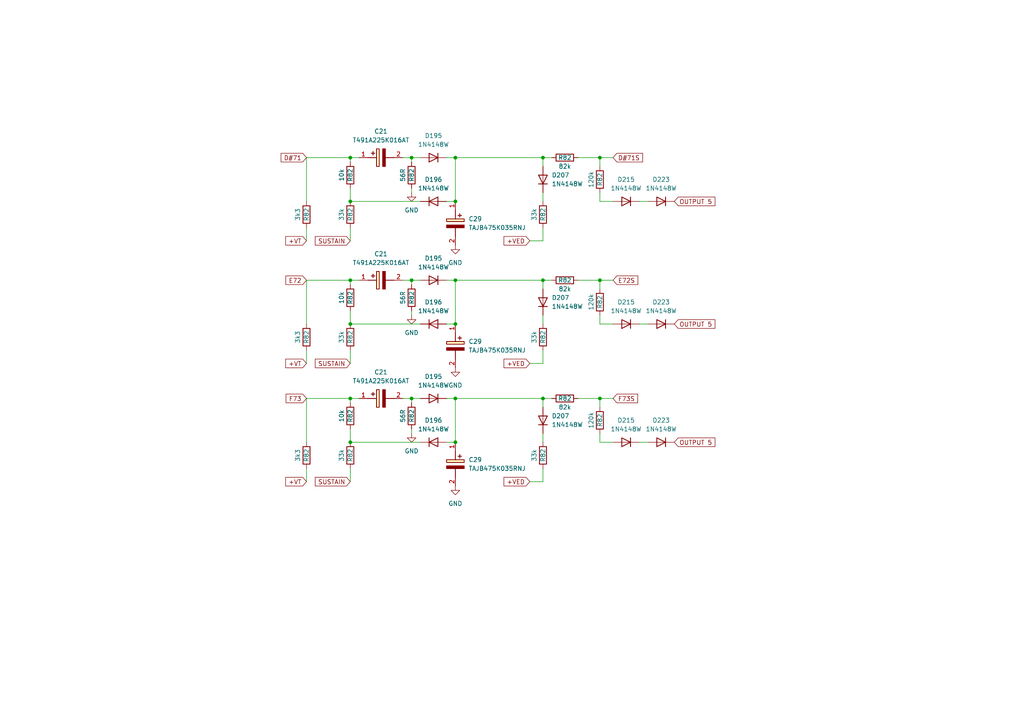
<source format=kicad_sch>
(kicad_sch (version 20230121) (generator eeschema)
  (paper "A4")
  (lib_symbols
    (symbol "Device:R" (pin_numbers hide) (pin_names (offset 0))
      (property "Reference" "R" (at 2.032 0 90))
      (property "Value" "R" (at 0 0 90))
      (symbol "R_0_1"
        (rectangle (start -1.016 -2.54) (end 1.016 2.54) (stroke (width 0.254)))
      )
      (symbol "R_1_1"
        (pin passive line (at 0 3.81 270) (length 1.27) (name "~") (number "1"))
        (pin passive line (at 0 -3.81 90) (length 1.27) (name "~") (number "2"))
      )
    )
    (symbol "Diode:1N4148W" (pin_numbers hide) (pin_names hide)
      (property "Reference" "D" (at 0 2.54 0))
      (property "Value" "1N4148W" (at 0 -2.54 0))
      (symbol "1N4148W_0_1"
        (polyline (pts (xy -1.27 1.27) (xy -1.27 -1.27)) (stroke (width 0.254)))
        (polyline (pts (xy 1.27 0) (xy -1.27 0)))
        (polyline (pts (xy 1.27 1.27) (xy 1.27 -1.27) (xy -1.27 0) (xy 1.27 1.27)) (stroke (width 0.254)))
      )
      (symbol "1N4148W_1_1"
        (pin passive line (at -3.81 0 0) (length 2.54) (name "K") (number "1"))
        (pin passive line (at 3.81 0 180) (length 2.54) (name "A") (number "2"))
      )
    )
    (symbol "SamacSys_Parts:T491A225K016AT" (pin_names hide)
      (property "Reference" "C" (at 8.89 6.35 0))
      (property "Value" "T491A225K016AT" (at 8.89 3.81 0))
      (symbol "T491A225K016AT_1_1"
        (polyline (pts (xy 2.54 0) (xy 5.08 0)) (stroke (width 0.254)))
        (polyline (pts (xy 4.064 1.778) (xy 4.064 0.762)) (stroke (width 0.254)))
        (polyline (pts (xy 4.572 1.27) (xy 3.556 1.27)) (stroke (width 0.254)))
        (polyline (pts (xy 7.62 0) (xy 10.16 0)) (stroke (width 0.254)))
        (polyline (pts (xy 7.62 2.54) (xy 7.62 -2.54) (xy 6.858 -2.54) (xy 6.858 2.54) (xy 7.62 2.54)) (stroke (width 0.254)) (fill (type outline)))
        (rectangle (start 5.08 2.54) (end 5.842 -2.54) (stroke (width 0.254)) (fill (type background)))
        (pin passive line (at 0 0 0) (length 2.54) (name "+") (number "1"))
        (pin passive line (at 12.7 0 180) (length 2.54) (name "-") (number "2"))
      )
    )
    (symbol "SamacSys_Parts:TAJB475K035RNJ" (pin_names hide)
      (property "Reference" "C" (at 8.89 6.35 0))
      (property "Value" "TAJB475K035RNJ" (at 8.89 3.81 0))
      (symbol "TAJB475K035RNJ_1_1"
        (polyline (pts (xy 2.54 0) (xy 5.08 0)) (stroke (width 0.254)))
        (polyline (pts (xy 4.064 1.778) (xy 4.064 0.762)) (stroke (width 0.254)))
        (polyline (pts (xy 4.572 1.27) (xy 3.556 1.27)) (stroke (width 0.254)))
        (polyline (pts (xy 7.62 0) (xy 10.16 0)) (stroke (width 0.254)))
        (polyline (pts (xy 7.62 2.54) (xy 7.62 -2.54) (xy 6.858 -2.54) (xy 6.858 2.54) (xy 7.62 2.54)) (stroke (width 0.254)) (fill (type outline)))
        (rectangle (start 5.08 2.54) (end 5.842 -2.54) (stroke (width 0.254)) (fill (type background)))
        (pin passive line (at 0 0 0) (length 2.54) (name "+") (number "1"))
        (pin passive line (at 12.7 0 180) (length 2.54) (name "-") (number "2"))
      )
    )
    (symbol "power:GND" (power) (pin_names (offset 0))
      (property "Value" "GND" (at 0 -3.81 0))
      (symbol "GND_0_1"
        (polyline (pts (xy 0 0) (xy 0 -1.27) (xy 1.27 -1.27) (xy 0 -2.54) (xy -1.27 -1.27) (xy 0 -1.27)))
      )
      (symbol "GND_1_1"
        (pin power_in line (at 0 0 270) (length 0) hide (name "GND") (number "1"))
      )
    )
  )
  (junction (at 101.6 45.72))
  (junction (at 132.08 115.57))
  (junction (at 119.38 115.57))
  (junction (at 173.99 115.57))
  (junction (at 132.08 58.42))
  (junction (at 157.48 45.72))
  (junction (at 132.08 81.28))
  (junction (at 119.38 45.72))
  (junction (at 173.99 81.28))
  (junction (at 173.99 45.72))
  (junction (at 157.48 81.28))
  (junction (at 101.6 115.57))
  (junction (at 101.6 128.27))
  (junction (at 101.6 58.42))
  (junction (at 132.08 93.98))
  (junction (at 132.08 128.27))
  (junction (at 157.48 115.57))
  (junction (at 119.38 81.28))
  (junction (at 132.08 45.72))
  (junction (at 101.6 93.98))
  (junction (at 101.6 81.28))
  (wire (pts (xy 173.99 91.44) (xy 173.99 93.98)))
  (wire (pts (xy 132.08 58.42) (xy 129.54 58.42)))
  (wire (pts (xy 101.6 101.6) (xy 101.6 105.41)))
  (wire (pts (xy 173.99 81.28) (xy 173.99 83.82)))
  (wire (pts (xy 101.6 54.61) (xy 101.6 58.42)))
  (wire (pts (xy 119.38 46.99) (xy 119.38 45.72)))
  (wire (pts (xy 101.6 58.42) (xy 121.92 58.42)))
  (wire (pts (xy 132.08 81.28) (xy 132.08 93.98)))
  (wire (pts (xy 173.99 115.57) (xy 173.99 118.11)))
  (wire (pts (xy 157.48 69.85) (xy 157.48 66.04)))
  (wire (pts (xy 116.84 115.57) (xy 119.38 115.57)))
  (wire (pts (xy 157.48 45.72) (xy 132.08 45.72)))
  (wire (pts (xy 88.9 115.57) (xy 88.9 128.27)))
  (wire (pts (xy 101.6 124.46) (xy 101.6 128.27)))
  (wire (pts (xy 173.99 45.72) (xy 177.8 45.72)))
  (wire (pts (xy 157.48 115.57) (xy 132.08 115.57)))
  (wire (pts (xy 88.9 81.28) (xy 88.9 93.98)))
  (wire (pts (xy 173.99 115.57) (xy 177.8 115.57)))
  (wire (pts (xy 157.48 83.82) (xy 157.48 81.28)))
  (wire (pts (xy 119.38 124.46) (xy 119.38 125.73)))
  (wire (pts (xy 132.08 93.98) (xy 129.54 93.98)))
  (wire (pts (xy 119.38 54.61) (xy 119.38 55.88)))
  (wire (pts (xy 157.48 55.88) (xy 157.48 58.42)))
  (wire (pts (xy 157.48 48.26) (xy 157.48 45.72)))
  (wire (pts (xy 173.99 81.28) (xy 177.8 81.28)))
  (wire (pts (xy 157.48 125.73) (xy 157.48 128.27)))
  (wire (pts (xy 132.08 115.57) (xy 129.54 115.57)))
  (wire (pts (xy 157.48 118.11) (xy 157.48 115.57)))
  (wire (pts (xy 119.38 45.72) (xy 121.92 45.72)))
  (wire (pts (xy 173.99 45.72) (xy 173.99 48.26)))
  (wire (pts (xy 157.48 115.57) (xy 160.02 115.57)))
  (wire (pts (xy 173.99 55.88) (xy 173.99 58.42)))
  (wire (pts (xy 119.38 115.57) (xy 121.92 115.57)))
  (wire (pts (xy 88.9 66.04) (xy 88.9 69.85)))
  (wire (pts (xy 157.48 91.44) (xy 157.48 93.98)))
  (wire (pts (xy 119.38 82.55) (xy 119.38 81.28)))
  (wire (pts (xy 157.48 105.41) (xy 157.48 101.6)))
  (wire (pts (xy 101.6 46.99) (xy 101.6 45.72)))
  (wire (pts (xy 101.6 66.04) (xy 101.6 69.85)))
  (wire (pts (xy 101.6 45.72) (xy 104.14 45.72)))
  (wire (pts (xy 101.6 93.98) (xy 121.92 93.98)))
  (wire (pts (xy 101.6 81.28) (xy 104.14 81.28)))
  (wire (pts (xy 132.08 81.28) (xy 129.54 81.28)))
  (wire (pts (xy 153.67 69.85) (xy 157.48 69.85)))
  (wire (pts (xy 185.42 58.42) (xy 187.96 58.42)))
  (wire (pts (xy 119.38 90.17) (xy 119.38 91.44)))
  (wire (pts (xy 153.67 139.7) (xy 157.48 139.7)))
  (wire (pts (xy 185.42 93.98) (xy 187.96 93.98)))
  (wire (pts (xy 88.9 45.72) (xy 101.6 45.72)))
  (wire (pts (xy 173.99 128.27) (xy 177.8 128.27)))
  (wire (pts (xy 101.6 128.27) (xy 121.92 128.27)))
  (wire (pts (xy 88.9 81.28) (xy 101.6 81.28)))
  (wire (pts (xy 101.6 116.84) (xy 101.6 115.57)))
  (wire (pts (xy 157.48 45.72) (xy 160.02 45.72)))
  (wire (pts (xy 116.84 45.72) (xy 119.38 45.72)))
  (wire (pts (xy 119.38 81.28) (xy 121.92 81.28)))
  (wire (pts (xy 157.48 81.28) (xy 160.02 81.28)))
  (wire (pts (xy 157.48 139.7) (xy 157.48 135.89)))
  (wire (pts (xy 101.6 90.17) (xy 101.6 93.98)))
  (wire (pts (xy 167.64 81.28) (xy 173.99 81.28)))
  (wire (pts (xy 185.42 128.27) (xy 187.96 128.27)))
  (wire (pts (xy 157.48 81.28) (xy 132.08 81.28)))
  (wire (pts (xy 132.08 115.57) (xy 132.08 128.27)))
  (wire (pts (xy 116.84 81.28) (xy 119.38 81.28)))
  (wire (pts (xy 88.9 45.72) (xy 88.9 58.42)))
  (wire (pts (xy 132.08 45.72) (xy 129.54 45.72)))
  (wire (pts (xy 173.99 58.42) (xy 177.8 58.42)))
  (wire (pts (xy 101.6 135.89) (xy 101.6 139.7)))
  (wire (pts (xy 167.64 115.57) (xy 173.99 115.57)))
  (wire (pts (xy 153.67 105.41) (xy 157.48 105.41)))
  (wire (pts (xy 173.99 93.98) (xy 177.8 93.98)))
  (wire (pts (xy 101.6 82.55) (xy 101.6 81.28)))
  (wire (pts (xy 167.64 45.72) (xy 173.99 45.72)))
  (wire (pts (xy 132.08 45.72) (xy 132.08 58.42)))
  (wire (pts (xy 173.99 125.73) (xy 173.99 128.27)))
  (wire (pts (xy 119.38 116.84) (xy 119.38 115.57)))
  (wire (pts (xy 88.9 135.89) (xy 88.9 139.7)))
  (wire (pts (xy 88.9 115.57) (xy 101.6 115.57)))
  (wire (pts (xy 88.9 101.6) (xy 88.9 105.41)))
  (wire (pts (xy 101.6 115.57) (xy 104.14 115.57)))
  (wire (pts (xy 132.08 128.27) (xy 129.54 128.27)))
  (global_label "F73" (shape input) (at 88.9 115.57 180) (property "Intersheetrefs" "${INTERSHEET_REFS}" (effects hide)))
  (global_label "SUSTAIN" (shape input) (at 101.6 69.85 180) (property "Intersheetrefs" "${INTERSHEET_REFS}" (effects hide)))
  (global_label "+VED" (shape input) (at 153.67 69.85 180) (property "Intersheetrefs" "${INTERSHEET_REFS}" (effects hide)))
  (global_label "F73S" (shape input) (at 177.8 115.57 0) (property "Intersheetrefs" "${INTERSHEET_REFS}" (effects hide)))
  (global_label "D#71S" (shape input) (at 177.8 45.72 0) (property "Intersheetrefs" "${INTERSHEET_REFS}" (effects hide)))
  (global_label "SUSTAIN" (shape input) (at 101.6 105.41 180) (property "Intersheetrefs" "${INTERSHEET_REFS}" (effects hide)))
  (global_label "+VT" (shape input) (at 88.9 105.41 180) (property "Intersheetrefs" "${INTERSHEET_REFS}" (effects hide)))
  (global_label "OUTPUT 5" (shape input) (at 195.58 128.27 0) (property "Intersheetrefs" "${INTERSHEET_REFS}" (effects hide)))
  (global_label "E72S" (shape input) (at 177.8 81.28 0) (property "Intersheetrefs" "${INTERSHEET_REFS}" (effects hide)))
  (global_label "+VT" (shape input) (at 88.9 69.85 180) (property "Intersheetrefs" "${INTERSHEET_REFS}" (effects hide)))
  (global_label "+VED" (shape input) (at 153.67 139.7 180) (property "Intersheetrefs" "${INTERSHEET_REFS}" (effects hide)))
  (global_label "D#71" (shape input) (at 88.9 45.72 180) (property "Intersheetrefs" "${INTERSHEET_REFS}" (effects hide)))
  (global_label "+VED" (shape input) (at 153.67 105.41 180) (property "Intersheetrefs" "${INTERSHEET_REFS}" (effects hide)))
  (global_label "OUTPUT 5" (shape input) (at 195.58 93.98 0) (property "Intersheetrefs" "${INTERSHEET_REFS}" (effects hide)))
  (global_label "SUSTAIN" (shape input) (at 101.6 139.7 180) (property "Intersheetrefs" "${INTERSHEET_REFS}" (effects hide)))
  (global_label "OUTPUT 5" (shape input) (at 195.58 58.42 0) (property "Intersheetrefs" "${INTERSHEET_REFS}" (effects hide)))
  (global_label "E72" (shape input) (at 88.9 81.28 180) (property "Intersheetrefs" "${INTERSHEET_REFS}" (effects hide)))
  (global_label "+VT" (shape input) (at 88.9 139.7 180) (property "Intersheetrefs" "${INTERSHEET_REFS}" (effects hide)))
  (symbol (lib_id "Device:R") (at 101.6 86.36 180) (unit 1)
    (property "Reference" "R82" (at 101.6 86.36 90))
    (property "Value" "10k" (at 99.06 86.36 90))
    (property "Footprint" "Resistor_SMD:R_1206_3216Metric" (effects hide))
    (instances (project "RPi Arcade Hat V0-4" (path "" (reference "R82") (unit 1))) (project "Lyrebird Keyboard Piano Card" (path "" (reference "R73") (unit 1)) (path "" (reference "R226") (unit 1)) (path "" (reference "R329") (unit 1)) (path "" (reference "R455") (unit 1)) (path "" (reference "R496") (unit 1))) (project "Lyrebird Keyboard" (path "" (reference "R9") (unit 1))))
  )
  (symbol (lib_id "power:GND") (at 132.08 106.68 0) (unit 1)
    (property "Reference" "#PWR031" (effects hide))
    (property "Value" "GND" (at 132.08 111.76 0))
    (instances (project "Lyrebird Keyboard Piano Card" (path "" (reference "#PWR031") (unit 1)) (path "" (reference "#PWR068") (unit 1)) (path "" (reference "#PWR0105") (unit 1)) (path "" (reference "#PWR0141") (unit 1)) (path "" (reference "#PWR0148") (unit 1))))
  )
  (symbol (lib_id "power:GND") (at 119.38 55.88 0) (unit 1)
    (property "Reference" "#PWR023" (effects hide))
    (property "Value" "GND" (at 119.38 60.96 0))
    (instances (project "Lyrebird Keyboard Piano Card" (path "" (reference "#PWR023") (unit 1)) (path "" (reference "#PWR055") (unit 1)) (path "" (reference "#PWR096") (unit 1)) (path "" (reference "#PWR0132") (unit 1)) (path "" (reference "#PWR0143") (unit 1))))
  )
  (symbol (lib_id "Diode:1N4148W") (at 125.73 115.57 180) (unit 1)
    (property "Reference" "D195" (at 125.73 109.22 0))
    (property "Value" "1N4148W" (at 125.73 111.76 0))
    (property "Footprint" "Diode_SMD:D_SOD-123" (effects hide))
    (property "Datasheet" "https://www.vishay.com/docs/85748/1n4148w.pdf" (effects hide))
    (property "Sim.Device" "D" (effects hide))
    (property "Sim.Pins" "1=K 2=A" (effects hide))
    (instances (project "Lyrebird Keyboard Piano Card" (path "" (reference "D195") (unit 1)) (path "" (reference "D312") (unit 1)) (path "" (reference "D381") (unit 1)) (path "" (reference "D471") (unit 1)) (path "" (reference "D501") (unit 1))))
  )
  (symbol (lib_id "Device:R") (at 157.48 132.08 180) (unit 1)
    (property "Reference" "R82" (at 157.48 132.08 90))
    (property "Value" "33k" (at 154.94 132.08 90))
    (property "Footprint" "Resistor_SMD:R_1206_3216Metric" (effects hide))
    (instances (project "RPi Arcade Hat V0-4" (path "" (reference "R82") (unit 1))) (project "Lyrebird Keyboard Piano Card" (path "" (reference "R93") (unit 1)) (path "" (reference "R236") (unit 1)) (path "" (reference "R348") (unit 1)) (path "" (reference "R474") (unit 1)) (path "" (reference "R505") (unit 1))) (project "Lyrebird Keyboard" (path "" (reference "R9") (unit 1))))
  )
  (symbol (lib_id "Diode:1N4148W") (at 191.77 58.42 180) (unit 1)
    (property "Reference" "D223" (at 191.77 52.07 0))
    (property "Value" "1N4148W" (at 191.77 54.61 0))
    (property "Footprint" "Diode_SMD:D_SOD-123" (effects hide))
    (property "Datasheet" "https://www.vishay.com/docs/85748/1n4148w.pdf" (effects hide))
    (property "Sim.Device" "D" (effects hide))
    (property "Sim.Pins" "1=K 2=A" (effects hide))
    (instances (project "Lyrebird Keyboard Piano Card" (path "" (reference "D223") (unit 1)) (path "" (reference "D303") (unit 1)) (path "" (reference "D404") (unit 1)) (path "" (reference "D494") (unit 1)) (path "" (reference "D509") (unit 1))))
  )
  (symbol (lib_id "Device:R") (at 101.6 132.08 180) (unit 1)
    (property "Reference" "R82" (at 101.6 132.08 90))
    (property "Value" "33k" (at 99.06 132.08 90))
    (property "Footprint" "Resistor_SMD:R_1206_3216Metric" (effects hide))
    (instances (project "RPi Arcade Hat V0-4" (path "" (reference "R82") (unit 1))) (project "Lyrebird Keyboard Piano Card" (path "" (reference "R74") (unit 1)) (path "" (reference "R234") (unit 1)) (path "" (reference "R332") (unit 1)) (path "" (reference "R458") (unit 1)) (path "" (reference "R499") (unit 1))) (project "Lyrebird Keyboard" (path "" (reference "R9") (unit 1))))
  )
  (symbol (lib_id "Device:R") (at 101.6 50.8 180) (unit 1)
    (property "Reference" "R82" (at 101.6 50.8 90))
    (property "Value" "10k" (at 99.06 50.8 90))
    (property "Footprint" "Resistor_SMD:R_1206_3216Metric" (effects hide))
    (instances (project "RPi Arcade Hat V0-4" (path "" (reference "R82") (unit 1))) (project "Lyrebird Keyboard Piano Card" (path "" (reference "R73") (unit 1)) (path "" (reference "R185") (unit 1)) (path "" (reference "R327") (unit 1)) (path "" (reference "R453") (unit 1)) (path "" (reference "R494") (unit 1))) (project "Lyrebird Keyboard" (path "" (reference "R9") (unit 1))))
  )
  (symbol (lib_id "Device:R") (at 157.48 62.23 180) (unit 1)
    (property "Reference" "R82" (at 157.48 62.23 90))
    (property "Value" "33k" (at 154.94 62.23 90))
    (property "Footprint" "Resistor_SMD:R_1206_3216Metric" (effects hide))
    (instances (project "RPi Arcade Hat V0-4" (path "" (reference "R82") (unit 1))) (project "Lyrebird Keyboard Piano Card" (path "" (reference "R93") (unit 1)) (path "" (reference "R205") (unit 1)) (path "" (reference "R346") (unit 1)) (path "" (reference "R472") (unit 1)) (path "" (reference "R503") (unit 1))) (project "Lyrebird Keyboard" (path "" (reference "R9") (unit 1))))
  )
  (symbol (lib_id "Device:R") (at 88.9 132.08 180) (unit 1)
    (property "Reference" "R82" (at 88.9 132.08 90))
    (property "Value" "3k3" (at 86.36 132.08 90))
    (property "Footprint" "Resistor_SMD:R_1206_3216Metric" (effects hide))
    (instances (project "RPi Arcade Hat V0-4" (path "" (reference "R82") (unit 1))) (project "Lyrebird Keyboard Piano Card" (path "" (reference "R61") (unit 1)) (path "" (reference "R232") (unit 1)) (path "" (reference "R316") (unit 1)) (path "" (reference "R442") (unit 1)) (path "" (reference "R493") (unit 1))) (project "Lyrebird Keyboard" (path "" (reference "R9") (unit 1))))
  )
  (symbol (lib_id "Device:R") (at 173.99 121.92 180) (unit 1)
    (property "Reference" "R82" (at 173.99 121.92 90))
    (property "Value" "120k" (at 171.45 121.92 90))
    (property "Footprint" "Resistor_SMD:R_1206_3216Metric" (effects hide))
    (instances (project "RPi Arcade Hat V0-4" (path "" (reference "R82") (unit 1))) (project "Lyrebird Keyboard Piano Card" (path "" (reference "R109") (unit 1)) (path "" (reference "R238") (unit 1)) (path "" (reference "R364") (unit 1)) (path "" (reference "R490") (unit 1)) (path "" (reference "R511") (unit 1))) (project "Lyrebird Keyboard" (path "" (reference "R9") (unit 1))))
  )
  (symbol (lib_id "Diode:1N4148W") (at 157.48 121.92 90) (unit 1)
    (property "Reference" "D207" (at 160.02 120.65 90) (effects (justify right)))
    (property "Value" "1N4148W" (at 160.02 123.19 90) (effects (justify right)))
    (property "Footprint" "Diode_SMD:D_SOD-123" (effects hide))
    (property "Datasheet" "https://www.vishay.com/docs/85748/1n4148w.pdf" (effects hide))
    (property "Sim.Device" "D" (effects hide))
    (property "Sim.Pins" "1=K 2=A" (effects hide))
    (instances (project "Lyrebird Keyboard Piano Card" (path "" (reference "D207") (unit 1)) (path "" (reference "D314") (unit 1)) (path "" (reference "D390") (unit 1)) (path "" (reference "D480") (unit 1)) (path "" (reference "D505") (unit 1))))
  )
  (symbol (lib_id "SamacSys_Parts:TAJB475K035RNJ") (at 132.08 128.27 270) (unit 1)
    (property "Reference" "C29" (at 135.89 133.35 90) (effects (justify left)))
    (property "Value" "TAJB475K035RNJ" (at 135.89 135.89 90) (effects (justify left)))
    (property "Footprint" "SamacSys_Parts:CAPPM3528X210N" (effects hide))
    (property "Datasheet" "http://datasheets.avx.com/TAJ.pdf" (effects hide))
    (property "Height" "2.1" (effects hide))
    (property "Manufacturer_Name" "AVX" (effects hide))
    (property "Manufacturer_Part_Number" "TAJB475K035RNJ" (effects hide))
    (instances (project "Lyrebird Keyboard Piano Card" (path "" (reference "C29") (unit 1)) (path "" (reference "C68") (unit 1)) (path "" (reference "C104") (unit 1)) (path "" (reference "C140") (unit 1)) (path "" (reference "C146") (unit 1))))
  )
  (symbol (lib_id "Device:R") (at 101.6 62.23 180) (unit 1)
    (property "Reference" "R82" (at 101.6 62.23 90))
    (property "Value" "33k" (at 99.06 62.23 90))
    (property "Footprint" "Resistor_SMD:R_1206_3216Metric" (effects hide))
    (instances (project "RPi Arcade Hat V0-4" (path "" (reference "R82") (unit 1))) (project "Lyrebird Keyboard Piano Card" (path "" (reference "R74") (unit 1)) (path "" (reference "R186") (unit 1)) (path "" (reference "R328") (unit 1)) (path "" (reference "R454") (unit 1)) (path "" (reference "R495") (unit 1))) (project "Lyrebird Keyboard" (path "" (reference "R9") (unit 1))))
  )
  (symbol (lib_id "Device:R") (at 163.83 115.57 270) (unit 1)
    (property "Reference" "R82" (at 163.83 115.57 90))
    (property "Value" "82k" (at 163.83 118.11 90))
    (property "Footprint" "Resistor_SMD:R_1206_3216Metric" (effects hide))
    (instances (project "RPi Arcade Hat V0-4" (path "" (reference "R82") (unit 1))) (project "Lyrebird Keyboard Piano Card" (path "" (reference "R101") (unit 1)) (path "" (reference "R237") (unit 1)) (path "" (reference "R356") (unit 1)) (path "" (reference "R482") (unit 1)) (path "" (reference "R508") (unit 1))) (project "Lyrebird Keyboard" (path "" (reference "R9") (unit 1))))
  )
  (symbol (lib_id "Device:R") (at 119.38 120.65 180) (unit 1)
    (property "Reference" "R82" (at 119.38 120.65 90))
    (property "Value" "56R" (at 116.84 120.65 90))
    (property "Footprint" "Resistor_SMD:R_1206_3216Metric" (effects hide))
    (instances (project "RPi Arcade Hat V0-4" (path "" (reference "R82") (unit 1))) (project "Lyrebird Keyboard Piano Card" (path "" (reference "R85") (unit 1)) (path "" (reference "R235") (unit 1)) (path "" (reference "R340") (unit 1)) (path "" (reference "R466") (unit 1)) (path "" (reference "R502") (unit 1))) (project "Lyrebird Keyboard" (path "" (reference "R9") (unit 1))))
  )
  (symbol (lib_id "SamacSys_Parts:T491A225K016AT") (at 104.14 115.57 0) (unit 1)
    (property "Reference" "C21" (at 110.49 107.95 0))
    (property "Value" "T491A225K016AT" (at 110.49 110.49 0))
    (property "Footprint" "SamacSys_Parts:T491A" (effects hide))
    (property "Datasheet" "https://content.kemet.com/datasheets/KEM_T2005_T491.pdf" (effects hide))
    (property "Height" "1.8" (effects hide))
    (property "Manufacturer_Name" "KEMET" (effects hide))
    (property "Manufacturer_Part_Number" "T491A225K016AT" (effects hide))
    (instances (project "Lyrebird Keyboard Piano Card" (path "" (reference "C21") (unit 1)) (path "" (reference "C67") (unit 1)) (path "" (reference "C96") (unit 1)) (path "" (reference "C132") (unit 1)) (path "" (reference "C143") (unit 1))))
  )
  (symbol (lib_id "Diode:1N4148W") (at 125.73 93.98 0) (unit 1)
    (property "Reference" "D196" (at 125.73 87.63 0))
    (property "Value" "1N4148W" (at 125.73 90.17 0))
    (property "Footprint" "Diode_SMD:D_SOD-123" (effects hide))
    (property "Datasheet" "https://www.vishay.com/docs/85748/1n4148w.pdf" (effects hide))
    (property "Sim.Device" "D" (effects hide))
    (property "Sim.Pins" "1=K 2=A" (effects hide))
    (instances (project "Lyrebird Keyboard Piano Card" (path "" (reference "D196") (unit 1)) (path "" (reference "D308") (unit 1)) (path "" (reference "D380") (unit 1)) (path "" (reference "D470") (unit 1)) (path "" (reference "D500") (unit 1))))
  )
  (symbol (lib_id "Diode:1N4148W") (at 157.48 52.07 90) (unit 1)
    (property "Reference" "D207" (at 160.02 50.8 90) (effects (justify right)))
    (property "Value" "1N4148W" (at 160.02 53.34 90) (effects (justify right)))
    (property "Footprint" "Diode_SMD:D_SOD-123" (effects hide))
    (property "Datasheet" "https://www.vishay.com/docs/85748/1n4148w.pdf" (effects hide))
    (property "Sim.Device" "D" (effects hide))
    (property "Sim.Pins" "1=K 2=A" (effects hide))
    (instances (project "Lyrebird Keyboard Piano Card" (path "" (reference "D207") (unit 1)) (path "" (reference "D287") (unit 1)) (path "" (reference "D388") (unit 1)) (path "" (reference "D478") (unit 1)) (path "" (reference "D503") (unit 1))))
  )
  (symbol (lib_id "Device:R") (at 163.83 45.72 270) (unit 1)
    (property "Reference" "R82" (at 163.83 45.72 90))
    (property "Value" "82k" (at 163.83 48.26 90))
    (property "Footprint" "Resistor_SMD:R_1206_3216Metric" (effects hide))
    (instances (project "RPi Arcade Hat V0-4" (path "" (reference "R82") (unit 1))) (project "Lyrebird Keyboard Piano Card" (path "" (reference "R101") (unit 1)) (path "" (reference "R213") (unit 1)) (path "" (reference "R354") (unit 1)) (path "" (reference "R480") (unit 1)) (path "" (reference "R506") (unit 1))) (project "Lyrebird Keyboard" (path "" (reference "R9") (unit 1))))
  )
  (symbol (lib_id "Device:R") (at 119.38 50.8 180) (unit 1)
    (property "Reference" "R82" (at 119.38 50.8 90))
    (property "Value" "56R" (at 116.84 50.8 90))
    (property "Footprint" "Resistor_SMD:R_1206_3216Metric" (effects hide))
    (instances (project "RPi Arcade Hat V0-4" (path "" (reference "R82") (unit 1))) (project "Lyrebird Keyboard Piano Card" (path "" (reference "R85") (unit 1)) (path "" (reference "R197") (unit 1)) (path "" (reference "R338") (unit 1)) (path "" (reference "R464") (unit 1)) (path "" (reference "R500") (unit 1))) (project "Lyrebird Keyboard" (path "" (reference "R9") (unit 1))))
  )
  (symbol (lib_id "Diode:1N4148W") (at 125.73 81.28 180) (unit 1)
    (property "Reference" "D195" (at 125.73 74.93 0))
    (property "Value" "1N4148W" (at 125.73 77.47 0))
    (property "Footprint" "Diode_SMD:D_SOD-123" (effects hide))
    (property "Datasheet" "https://www.vishay.com/docs/85748/1n4148w.pdf" (effects hide))
    (property "Sim.Device" "D" (effects hide))
    (property "Sim.Pins" "1=K 2=A" (effects hide))
    (instances (project "Lyrebird Keyboard Piano Card" (path "" (reference "D195") (unit 1)) (path "" (reference "D307") (unit 1)) (path "" (reference "D379") (unit 1)) (path "" (reference "D469") (unit 1)) (path "" (reference "D499") (unit 1))))
  )
  (symbol (lib_id "Diode:1N4148W") (at 181.61 128.27 180) (unit 1)
    (property "Reference" "D215" (at 181.61 121.92 0))
    (property "Value" "1N4148W" (at 181.61 124.46 0))
    (property "Footprint" "Diode_SMD:D_SOD-123" (effects hide))
    (property "Datasheet" "https://www.vishay.com/docs/85748/1n4148w.pdf" (effects hide))
    (property "Sim.Device" "D" (effects hide))
    (property "Sim.Pins" "1=K 2=A" (effects hide))
    (instances (project "Lyrebird Keyboard Piano Card" (path "" (reference "D215") (unit 1)) (path "" (reference "D315") (unit 1)) (path "" (reference "D398") (unit 1)) (path "" (reference "D488") (unit 1)) (path "" (reference "D508") (unit 1))))
  )
  (symbol (lib_id "Device:R") (at 119.38 86.36 180) (unit 1)
    (property "Reference" "R82" (at 119.38 86.36 90))
    (property "Value" "56R" (at 116.84 86.36 90))
    (property "Footprint" "Resistor_SMD:R_1206_3216Metric" (effects hide))
    (instances (project "RPi Arcade Hat V0-4" (path "" (reference "R82") (unit 1))) (project "Lyrebird Keyboard Piano Card" (path "" (reference "R85") (unit 1)) (path "" (reference "R228") (unit 1)) (path "" (reference "R339") (unit 1)) (path "" (reference "R465") (unit 1)) (path "" (reference "R501") (unit 1))) (project "Lyrebird Keyboard" (path "" (reference "R9") (unit 1))))
  )
  (symbol (lib_id "Diode:1N4148W") (at 125.73 45.72 180) (unit 1)
    (property "Reference" "D195" (at 125.73 39.37 0))
    (property "Value" "1N4148W" (at 125.73 41.91 0))
    (property "Footprint" "Diode_SMD:D_SOD-123" (effects hide))
    (property "Datasheet" "https://www.vishay.com/docs/85748/1n4148w.pdf" (effects hide))
    (property "Sim.Device" "D" (effects hide))
    (property "Sim.Pins" "1=K 2=A" (effects hide))
    (instances (project "Lyrebird Keyboard Piano Card" (path "" (reference "D195") (unit 1)) (path "" (reference "D275") (unit 1)) (path "" (reference "D377") (unit 1)) (path "" (reference "D467") (unit 1)) (path "" (reference "D497") (unit 1))))
  )
  (symbol (lib_id "power:GND") (at 119.38 91.44 0) (unit 1)
    (property "Reference" "#PWR023" (effects hide))
    (property "Value" "GND" (at 119.38 96.52 0))
    (instances (project "Lyrebird Keyboard Piano Card" (path "" (reference "#PWR023") (unit 1)) (path "" (reference "#PWR067") (unit 1)) (path "" (reference "#PWR097") (unit 1)) (path "" (reference "#PWR0133") (unit 1)) (path "" (reference "#PWR0144") (unit 1))))
  )
  (symbol (lib_id "power:GND") (at 132.08 140.97 0) (unit 1)
    (property "Reference" "#PWR031" (effects hide))
    (property "Value" "GND" (at 132.08 146.05 0))
    (instances (project "Lyrebird Keyboard Piano Card" (path "" (reference "#PWR031") (unit 1)) (path "" (reference "#PWR070") (unit 1)) (path "" (reference "#PWR0106") (unit 1)) (path "" (reference "#PWR0142") (unit 1)) (path "" (reference "#PWR0149") (unit 1))))
  )
  (symbol (lib_id "Device:R") (at 101.6 120.65 180) (unit 1)
    (property "Reference" "R82" (at 101.6 120.65 90))
    (property "Value" "10k" (at 99.06 120.65 90))
    (property "Footprint" "Resistor_SMD:R_1206_3216Metric" (effects hide))
    (instances (project "RPi Arcade Hat V0-4" (path "" (reference "R82") (unit 1))) (project "Lyrebird Keyboard Piano Card" (path "" (reference "R73") (unit 1)) (path "" (reference "R233") (unit 1)) (path "" (reference "R331") (unit 1)) (path "" (reference "R457") (unit 1)) (path "" (reference "R498") (unit 1))) (project "Lyrebird Keyboard" (path "" (reference "R9") (unit 1))))
  )
  (symbol (lib_id "Diode:1N4148W") (at 181.61 93.98 180) (unit 1)
    (property "Reference" "D215" (at 181.61 87.63 0))
    (property "Value" "1N4148W" (at 181.61 90.17 0))
    (property "Footprint" "Diode_SMD:D_SOD-123" (effects hide))
    (property "Datasheet" "https://www.vishay.com/docs/85748/1n4148w.pdf" (effects hide))
    (property "Sim.Device" "D" (effects hide))
    (property "Sim.Pins" "1=K 2=A" (effects hide))
    (instances (project "Lyrebird Keyboard Piano Card" (path "" (reference "D215") (unit 1)) (path "" (reference "D310") (unit 1)) (path "" (reference "D397") (unit 1)) (path "" (reference "D487") (unit 1)) (path "" (reference "D507") (unit 1))))
  )
  (symbol (lib_id "Device:R") (at 101.6 97.79 180) (unit 1)
    (property "Reference" "R82" (at 101.6 97.79 90))
    (property "Value" "33k" (at 99.06 97.79 90))
    (property "Footprint" "Resistor_SMD:R_1206_3216Metric" (effects hide))
    (instances (project "RPi Arcade Hat V0-4" (path "" (reference "R82") (unit 1))) (project "Lyrebird Keyboard Piano Card" (path "" (reference "R74") (unit 1)) (path "" (reference "R227") (unit 1)) (path "" (reference "R330") (unit 1)) (path "" (reference "R456") (unit 1)) (path "" (reference "R497") (unit 1))) (project "Lyrebird Keyboard" (path "" (reference "R9") (unit 1))))
  )
  (symbol (lib_id "power:GND") (at 119.38 125.73 0) (unit 1)
    (property "Reference" "#PWR023" (effects hide))
    (property "Value" "GND" (at 119.38 130.81 0))
    (instances (project "Lyrebird Keyboard Piano Card" (path "" (reference "#PWR023") (unit 1)) (path "" (reference "#PWR069") (unit 1)) (path "" (reference "#PWR098") (unit 1)) (path "" (reference "#PWR0134") (unit 1)) (path "" (reference "#PWR0145") (unit 1))))
  )
  (symbol (lib_id "Diode:1N4148W") (at 181.61 58.42 180) (unit 1)
    (property "Reference" "D215" (at 181.61 52.07 0))
    (property "Value" "1N4148W" (at 181.61 54.61 0))
    (property "Footprint" "Diode_SMD:D_SOD-123" (effects hide))
    (property "Datasheet" "https://www.vishay.com/docs/85748/1n4148w.pdf" (effects hide))
    (property "Sim.Device" "D" (effects hide))
    (property "Sim.Pins" "1=K 2=A" (effects hide))
    (instances (project "Lyrebird Keyboard Piano Card" (path "" (reference "D215") (unit 1)) (path "" (reference "D295") (unit 1)) (path "" (reference "D396") (unit 1)) (path "" (reference "D486") (unit 1)) (path "" (reference "D506") (unit 1))))
  )
  (symbol (lib_id "Diode:1N4148W") (at 191.77 128.27 180) (unit 1)
    (property "Reference" "D223" (at 191.77 121.92 0))
    (property "Value" "1N4148W" (at 191.77 124.46 0))
    (property "Footprint" "Diode_SMD:D_SOD-123" (effects hide))
    (property "Datasheet" "https://www.vishay.com/docs/85748/1n4148w.pdf" (effects hide))
    (property "Sim.Device" "D" (effects hide))
    (property "Sim.Pins" "1=K 2=A" (effects hide))
    (instances (project "Lyrebird Keyboard Piano Card" (path "" (reference "D223") (unit 1)) (path "" (reference "D316") (unit 1)) (path "" (reference "D406") (unit 1)) (path "" (reference "D496") (unit 1)) (path "" (reference "D511") (unit 1))))
  )
  (symbol (lib_id "Device:R") (at 88.9 62.23 180) (unit 1)
    (property "Reference" "R82" (at 88.9 62.23 90))
    (property "Value" "3k3" (at 86.36 62.23 90))
    (property "Footprint" "Resistor_SMD:R_1206_3216Metric" (effects hide))
    (instances (project "RPi Arcade Hat V0-4" (path "" (reference "R82") (unit 1))) (project "Lyrebird Keyboard Piano Card" (path "" (reference "R61") (unit 1)) (path "" (reference "R173") (unit 1)) (path "" (reference "R314") (unit 1)) (path "" (reference "R440") (unit 1)) (path "" (reference "R491") (unit 1))) (project "Lyrebird Keyboard" (path "" (reference "R9") (unit 1))))
  )
  (symbol (lib_id "Device:R") (at 173.99 87.63 180) (unit 1)
    (property "Reference" "R82" (at 173.99 87.63 90))
    (property "Value" "120k" (at 171.45 87.63 90))
    (property "Footprint" "Resistor_SMD:R_1206_3216Metric" (effects hide))
    (instances (project "RPi Arcade Hat V0-4" (path "" (reference "R82") (unit 1))) (project "Lyrebird Keyboard Piano Card" (path "" (reference "R109") (unit 1)) (path "" (reference "R231") (unit 1)) (path "" (reference "R363") (unit 1)) (path "" (reference "R489") (unit 1)) (path "" (reference "R510") (unit 1))) (project "Lyrebird Keyboard" (path "" (reference "R9") (unit 1))))
  )
  (symbol (lib_id "SamacSys_Parts:T491A225K016AT") (at 104.14 45.72 0) (unit 1)
    (property "Reference" "C21" (at 110.49 38.1 0))
    (property "Value" "T491A225K016AT" (at 110.49 40.64 0))
    (property "Footprint" "SamacSys_Parts:T491A" (effects hide))
    (property "Datasheet" "https://content.kemet.com/datasheets/KEM_T2005_T491.pdf" (effects hide))
    (property "Height" "1.8" (effects hide))
    (property "Manufacturer_Name" "KEMET" (effects hide))
    (property "Manufacturer_Part_Number" "T491A225K016AT" (effects hide))
    (instances (project "Lyrebird Keyboard Piano Card" (path "" (reference "C21") (unit 1)) (path "" (reference "C53") (unit 1)) (path "" (reference "C94") (unit 1)) (path "" (reference "C130") (unit 1)) (path "" (reference "C141") (unit 1))))
  )
  (symbol (lib_id "power:GND") (at 132.08 71.12 0) (unit 1)
    (property "Reference" "#PWR031" (effects hide))
    (property "Value" "GND" (at 132.08 76.2 0))
    (instances (project "Lyrebird Keyboard Piano Card" (path "" (reference "#PWR031") (unit 1)) (path "" (reference "#PWR063") (unit 1)) (path "" (reference "#PWR0104") (unit 1)) (path "" (reference "#PWR0140") (unit 1)) (path "" (reference "#PWR0147") (unit 1))))
  )
  (symbol (lib_id "Diode:1N4148W") (at 157.48 87.63 90) (unit 1)
    (property "Reference" "D207" (at 160.02 86.36 90) (effects (justify right)))
    (property "Value" "1N4148W" (at 160.02 88.9 90) (effects (justify right)))
    (property "Footprint" "Diode_SMD:D_SOD-123" (effects hide))
    (property "Datasheet" "https://www.vishay.com/docs/85748/1n4148w.pdf" (effects hide))
    (property "Sim.Device" "D" (effects hide))
    (property "Sim.Pins" "1=K 2=A" (effects hide))
    (instances (project "Lyrebird Keyboard Piano Card" (path "" (reference "D207") (unit 1)) (path "" (reference "D309") (unit 1)) (path "" (reference "D389") (unit 1)) (path "" (reference "D479") (unit 1)) (path "" (reference "D504") (unit 1))))
  )
  (symbol (lib_id "SamacSys_Parts:TAJB475K035RNJ") (at 132.08 58.42 270) (unit 1)
    (property "Reference" "C29" (at 135.89 63.5 90) (effects (justify left)))
    (property "Value" "TAJB475K035RNJ" (at 135.89 66.04 90) (effects (justify left)))
    (property "Footprint" "SamacSys_Parts:CAPPM3528X210N" (effects hide))
    (property "Datasheet" "http://datasheets.avx.com/TAJ.pdf" (effects hide))
    (property "Height" "2.1" (effects hide))
    (property "Manufacturer_Name" "AVX" (effects hide))
    (property "Manufacturer_Part_Number" "TAJB475K035RNJ" (effects hide))
    (instances (project "Lyrebird Keyboard Piano Card" (path "" (reference "C29") (unit 1)) (path "" (reference "C61") (unit 1)) (path "" (reference "C102") (unit 1)) (path "" (reference "C138") (unit 1)) (path "" (reference "C144") (unit 1))))
  )
  (symbol (lib_id "Diode:1N4148W") (at 125.73 58.42 0) (unit 1)
    (property "Reference" "D196" (at 125.73 52.07 0))
    (property "Value" "1N4148W" (at 125.73 54.61 0))
    (property "Footprint" "Diode_SMD:D_SOD-123" (effects hide))
    (property "Datasheet" "https://www.vishay.com/docs/85748/1n4148w.pdf" (effects hide))
    (property "Sim.Device" "D" (effects hide))
    (property "Sim.Pins" "1=K 2=A" (effects hide))
    (instances (project "Lyrebird Keyboard Piano Card" (path "" (reference "D196") (unit 1)) (path "" (reference "D276") (unit 1)) (path "" (reference "D378") (unit 1)) (path "" (reference "D468") (unit 1)) (path "" (reference "D498") (unit 1))))
  )
  (symbol (lib_id "Device:R") (at 163.83 81.28 270) (unit 1)
    (property "Reference" "R82" (at 163.83 81.28 90))
    (property "Value" "82k" (at 163.83 83.82 90))
    (property "Footprint" "Resistor_SMD:R_1206_3216Metric" (effects hide))
    (instances (project "RPi Arcade Hat V0-4" (path "" (reference "R82") (unit 1))) (project "Lyrebird Keyboard Piano Card" (path "" (reference "R101") (unit 1)) (path "" (reference "R230") (unit 1)) (path "" (reference "R355") (unit 1)) (path "" (reference "R481") (unit 1)) (path "" (reference "R507") (unit 1))) (project "Lyrebird Keyboard" (path "" (reference "R9") (unit 1))))
  )
  (symbol (lib_id "SamacSys_Parts:T491A225K016AT") (at 104.14 81.28 0) (unit 1)
    (property "Reference" "C21" (at 110.49 73.66 0))
    (property "Value" "T491A225K016AT" (at 110.49 76.2 0))
    (property "Footprint" "SamacSys_Parts:T491A" (effects hide))
    (property "Datasheet" "https://content.kemet.com/datasheets/KEM_T2005_T491.pdf" (effects hide))
    (property "Height" "1.8" (effects hide))
    (property "Manufacturer_Name" "KEMET" (effects hide))
    (property "Manufacturer_Part_Number" "T491A225K016AT" (effects hide))
    (instances (project "Lyrebird Keyboard Piano Card" (path "" (reference "C21") (unit 1)) (path "" (reference "C65") (unit 1)) (path "" (reference "C95") (unit 1)) (path "" (reference "C131") (unit 1)) (path "" (reference "C142") (unit 1))))
  )
  (symbol (lib_id "Diode:1N4148W") (at 125.73 128.27 0) (unit 1)
    (property "Reference" "D196" (at 125.73 121.92 0))
    (property "Value" "1N4148W" (at 125.73 124.46 0))
    (property "Footprint" "Diode_SMD:D_SOD-123" (effects hide))
    (property "Datasheet" "https://www.vishay.com/docs/85748/1n4148w.pdf" (effects hide))
    (property "Sim.Device" "D" (effects hide))
    (property "Sim.Pins" "1=K 2=A" (effects hide))
    (instances (project "Lyrebird Keyboard Piano Card" (path "" (reference "D196") (unit 1)) (path "" (reference "D313") (unit 1)) (path "" (reference "D382") (unit 1)) (path "" (reference "D472") (unit 1)) (path "" (reference "D502") (unit 1))))
  )
  (symbol (lib_id "SamacSys_Parts:TAJB475K035RNJ") (at 132.08 93.98 270) (unit 1)
    (property "Reference" "C29" (at 135.89 99.06 90) (effects (justify left)))
    (property "Value" "TAJB475K035RNJ" (at 135.89 101.6 90) (effects (justify left)))
    (property "Footprint" "SamacSys_Parts:CAPPM3528X210N" (effects hide))
    (property "Datasheet" "http://datasheets.avx.com/TAJ.pdf" (effects hide))
    (property "Height" "2.1" (effects hide))
    (property "Manufacturer_Name" "AVX" (effects hide))
    (property "Manufacturer_Part_Number" "TAJB475K035RNJ" (effects hide))
    (instances (project "Lyrebird Keyboard Piano Card" (path "" (reference "C29") (unit 1)) (path "" (reference "C66") (unit 1)) (path "" (reference "C103") (unit 1)) (path "" (reference "C139") (unit 1)) (path "" (reference "C145") (unit 1))))
  )
  (symbol (lib_id "Device:R") (at 157.48 97.79 180) (unit 1)
    (property "Reference" "R82" (at 157.48 97.79 90))
    (property "Value" "33k" (at 154.94 97.79 90))
    (property "Footprint" "Resistor_SMD:R_1206_3216Metric" (effects hide))
    (instances (project "RPi Arcade Hat V0-4" (path "" (reference "R82") (unit 1))) (project "Lyrebird Keyboard Piano Card" (path "" (reference "R93") (unit 1)) (path "" (reference "R229") (unit 1)) (path "" (reference "R347") (unit 1)) (path "" (reference "R473") (unit 1)) (path "" (reference "R504") (unit 1))) (project "Lyrebird Keyboard" (path "" (reference "R9") (unit 1))))
  )
  (symbol (lib_id "Diode:1N4148W") (at 191.77 93.98 180) (unit 1)
    (property "Reference" "D223" (at 191.77 87.63 0))
    (property "Value" "1N4148W" (at 191.77 90.17 0))
    (property "Footprint" "Diode_SMD:D_SOD-123" (effects hide))
    (property "Datasheet" "https://www.vishay.com/docs/85748/1n4148w.pdf" (effects hide))
    (property "Sim.Device" "D" (effects hide))
    (property "Sim.Pins" "1=K 2=A" (effects hide))
    (instances (project "Lyrebird Keyboard Piano Card" (path "" (reference "D223") (unit 1)) (path "" (reference "D311") (unit 1)) (path "" (reference "D405") (unit 1)) (path "" (reference "D495") (unit 1)) (path "" (reference "D510") (unit 1))))
  )
  (symbol (lib_id "Device:R") (at 88.9 97.79 180) (unit 1)
    (property "Reference" "R82" (at 88.9 97.79 90))
    (property "Value" "3k3" (at 86.36 97.79 90))
    (property "Footprint" "Resistor_SMD:R_1206_3216Metric" (effects hide))
    (instances (project "RPi Arcade Hat V0-4" (path "" (reference "R82") (unit 1))) (project "Lyrebird Keyboard Piano Card" (path "" (reference "R61") (unit 1)) (path "" (reference "R225") (unit 1)) (path "" (reference "R315") (unit 1)) (path "" (reference "R441") (unit 1)) (path "" (reference "R492") (unit 1))) (project "Lyrebird Keyboard" (path "" (reference "R9") (unit 1))))
  )
  (symbol (lib_id "Device:R") (at 173.99 52.07 180) (unit 1)
    (property "Reference" "R82" (at 173.99 52.07 90))
    (property "Value" "120k" (at 171.45 52.07 90))
    (property "Footprint" "Resistor_SMD:R_1206_3216Metric" (effects hide))
    (instances (project "RPi Arcade Hat V0-4" (path "" (reference "R82") (unit 1))) (project "Lyrebird Keyboard Piano Card" (path "" (reference "R109") (unit 1)) (path "" (reference "R221") (unit 1)) (path "" (reference "R362") (unit 1)) (path "" (reference "R488") (unit 1)) (path "" (reference "R509") (unit 1))) (project "Lyrebird Keyboard" (path "" (reference "R9") (unit 1))))
  )
)
</source>
